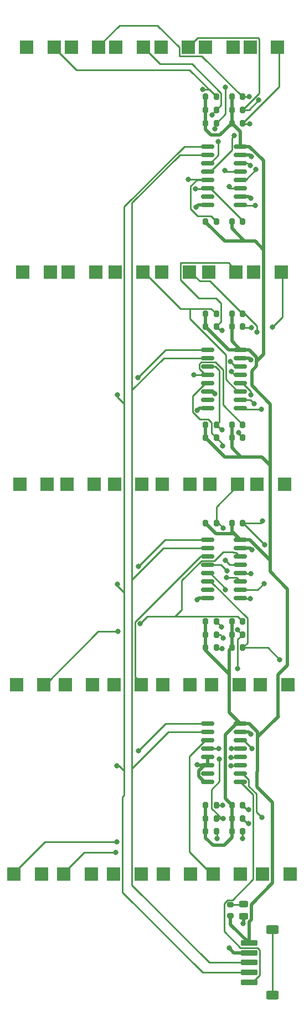
<source format=gbr>
%TF.GenerationSoftware,KiCad,Pcbnew,7.0.2*%
%TF.CreationDate,2025-02-12T15:24:12+00:00*%
%TF.ProjectId,fretboard,66726574-626f-4617-9264-2e6b69636164,rev?*%
%TF.SameCoordinates,Original*%
%TF.FileFunction,Copper,L1,Top*%
%TF.FilePolarity,Positive*%
%FSLAX46Y46*%
G04 Gerber Fmt 4.6, Leading zero omitted, Abs format (unit mm)*
G04 Created by KiCad (PCBNEW 7.0.2) date 2025-02-12 15:24:12*
%MOMM*%
%LPD*%
G01*
G04 APERTURE LIST*
G04 Aperture macros list*
%AMRoundRect*
0 Rectangle with rounded corners*
0 $1 Rounding radius*
0 $2 $3 $4 $5 $6 $7 $8 $9 X,Y pos of 4 corners*
0 Add a 4 corners polygon primitive as box body*
4,1,4,$2,$3,$4,$5,$6,$7,$8,$9,$2,$3,0*
0 Add four circle primitives for the rounded corners*
1,1,$1+$1,$2,$3*
1,1,$1+$1,$4,$5*
1,1,$1+$1,$6,$7*
1,1,$1+$1,$8,$9*
0 Add four rect primitives between the rounded corners*
20,1,$1+$1,$2,$3,$4,$5,0*
20,1,$1+$1,$4,$5,$6,$7,0*
20,1,$1+$1,$6,$7,$8,$9,0*
20,1,$1+$1,$8,$9,$2,$3,0*%
G04 Aperture macros list end*
%TA.AperFunction,ComponentPad*%
%ADD10R,2.100000X2.100000*%
%TD*%
%TA.AperFunction,SMDPad,CuDef*%
%ADD11RoundRect,0.200000X-0.200000X-0.275000X0.200000X-0.275000X0.200000X0.275000X-0.200000X0.275000X0*%
%TD*%
%TA.AperFunction,SMDPad,CuDef*%
%ADD12RoundRect,0.200000X0.275000X-0.200000X0.275000X0.200000X-0.275000X0.200000X-0.275000X-0.200000X0*%
%TD*%
%TA.AperFunction,SMDPad,CuDef*%
%ADD13RoundRect,0.243750X0.456250X-0.243750X0.456250X0.243750X-0.456250X0.243750X-0.456250X-0.243750X0*%
%TD*%
%TA.AperFunction,SMDPad,CuDef*%
%ADD14RoundRect,0.150000X-0.825000X-0.150000X0.825000X-0.150000X0.825000X0.150000X-0.825000X0.150000X0*%
%TD*%
%TA.AperFunction,SMDPad,CuDef*%
%ADD15RoundRect,0.212500X1.087500X-0.212500X1.087500X0.212500X-1.087500X0.212500X-1.087500X-0.212500X0*%
%TD*%
%TA.AperFunction,SMDPad,CuDef*%
%ADD16RoundRect,0.216667X0.733333X-0.433333X0.733333X0.433333X-0.733333X0.433333X-0.733333X-0.433333X0*%
%TD*%
%TA.AperFunction,ViaPad*%
%ADD17C,0.800000*%
%TD*%
%TA.AperFunction,Conductor*%
%ADD18C,0.500000*%
%TD*%
%TA.AperFunction,Conductor*%
%ADD19C,0.250000*%
%TD*%
G04 APERTURE END LIST*
D10*
%TO.P,J10,1,Pin_1*%
%TO.N,Net-(J10-Pin_1)*%
X18550000Y-70700000D03*
%TO.P,J10,2,Pin_2*%
%TO.N,unconnected-(J10-Pin_2-Pad2)*%
X14350000Y-70700000D03*
%TD*%
%TO.P,J19,1,Pin_1*%
%TO.N,Net-(J19-Pin_1)*%
X40250000Y-103100000D03*
%TO.P,J19,2,Pin_2*%
%TO.N,unconnected-(J19-Pin_2-Pad2)*%
X36050000Y-103100000D03*
%TD*%
D11*
%TO.P,R28,1*%
%TO.N,+3.3V*%
X32175000Y-154000000D03*
%TO.P,R28,2*%
%TO.N,Net-(J29-Pin_1)*%
X33825000Y-154000000D03*
%TD*%
D12*
%TO.P,R31,1*%
%TO.N,+3.3V*%
X32000000Y-168825000D03*
%TO.P,R31,2*%
%TO.N,Net-(D1-A)*%
X32000000Y-167175000D03*
%TD*%
D11*
%TO.P,R25,1*%
%TO.N,+3.3V*%
X28175000Y-152000000D03*
%TO.P,R25,2*%
%TO.N,Net-(J26-Pin_1)*%
X29825000Y-152000000D03*
%TD*%
%TO.P,R8,1*%
%TO.N,+3.3V*%
X32175000Y-63000000D03*
%TO.P,R8,2*%
%TO.N,Net-(J9-Pin_1)*%
X33825000Y-63000000D03*
%TD*%
D10*
%TO.P,J2,1,Pin_1*%
%TO.N,Net-(J2-Pin_1)*%
X5000000Y-36400000D03*
%TO.P,J2,2,Pin_2*%
%TO.N,unconnected-(J2-Pin_2-Pad2)*%
X800000Y-36400000D03*
%TD*%
D11*
%TO.P,R13,1*%
%TO.N,+3.3V*%
X28175000Y-94000000D03*
%TO.P,R13,2*%
%TO.N,Net-(J14-Pin_1)*%
X29825000Y-94000000D03*
%TD*%
D10*
%TO.P,J22,1,Pin_1*%
%TO.N,Net-(J22-Pin_1)*%
X18350000Y-133600000D03*
%TO.P,J22,2,Pin_2*%
%TO.N,unconnected-(J22-Pin_2-Pad2)*%
X14150000Y-133600000D03*
%TD*%
%TO.P,J8,1,Pin_1*%
%TO.N,Net-(J8-Pin_1)*%
X4450000Y-70700000D03*
%TO.P,J8,2,Pin_2*%
%TO.N,unconnected-(J8-Pin_2-Pad2)*%
X250000Y-70700000D03*
%TD*%
%TO.P,J15,1,Pin_1*%
%TO.N,Net-(J15-Pin_1)*%
X11150000Y-103100000D03*
%TO.P,J15,2,Pin_2*%
%TO.N,unconnected-(J15-Pin_2-Pad2)*%
X6950000Y-103100000D03*
%TD*%
%TO.P,J20,1,Pin_1*%
%TO.N,Net-(J20-Pin_1)*%
X3450000Y-133600000D03*
%TO.P,J20,2,Pin_2*%
%TO.N,unconnected-(J20-Pin_2-Pad2)*%
X-750000Y-133600000D03*
%TD*%
%TO.P,J31,1,Pin_1*%
%TO.N,Net-(J31-Pin_1)*%
X36900000Y-162500000D03*
%TO.P,J31,2,Pin_2*%
%TO.N,unconnected-(J31-Pin_2-Pad2)*%
X41100000Y-162500000D03*
%TD*%
%TO.P,J25,1,Pin_1*%
%TO.N,Net-(J25-Pin_1)*%
X40750000Y-133600000D03*
%TO.P,J25,2,Pin_2*%
%TO.N,unconnected-(J25-Pin_2-Pad2)*%
X36550000Y-133600000D03*
%TD*%
D13*
%TO.P,D1,1,K*%
%TO.N,GND*%
X34000000Y-168937500D03*
%TO.P,D1,2,A*%
%TO.N,Net-(D1-A)*%
X34000000Y-167062500D03*
%TD*%
D10*
%TO.P,J27,1,Pin_1*%
%TO.N,Net-(J27-Pin_1)*%
X6500000Y-162500000D03*
%TO.P,J27,2,Pin_2*%
%TO.N,unconnected-(J27-Pin_2-Pad2)*%
X10700000Y-162500000D03*
%TD*%
%TO.P,J28,1,Pin_1*%
%TO.N,Net-(J28-Pin_1)*%
X14100000Y-162500000D03*
%TO.P,J28,2,Pin_2*%
%TO.N,unconnected-(J28-Pin_2-Pad2)*%
X18300000Y-162500000D03*
%TD*%
D11*
%TO.P,R2,1*%
%TO.N,+3.3V*%
X32175000Y-44000000D03*
%TO.P,R2,2*%
%TO.N,Net-(J3-Pin_1)*%
X33825000Y-44000000D03*
%TD*%
D10*
%TO.P,J30,1,Pin_1*%
%TO.N,Net-(J30-Pin_1)*%
X29300000Y-162500000D03*
%TO.P,J30,2,Pin_2*%
%TO.N,unconnected-(J30-Pin_2-Pad2)*%
X33500000Y-162500000D03*
%TD*%
%TO.P,J4,1,Pin_1*%
%TO.N,Net-(J4-Pin_1)*%
X18650000Y-36400000D03*
%TO.P,J4,2,Pin_2*%
%TO.N,unconnected-(J4-Pin_2-Pad2)*%
X14450000Y-36400000D03*
%TD*%
D11*
%TO.P,R10,1*%
%TO.N,+3.3V*%
X32175000Y-77100000D03*
%TO.P,R10,2*%
%TO.N,Net-(J11-Pin_1)*%
X33825000Y-77100000D03*
%TD*%
%TO.P,R20,1*%
%TO.N,+3.3V*%
X32175000Y-124000000D03*
%TO.P,R20,2*%
%TO.N,Net-(J21-Pin_1)*%
X33825000Y-124000000D03*
%TD*%
D10*
%TO.P,J26,1,Pin_1*%
%TO.N,Net-(J26-Pin_1)*%
X-1100000Y-162500000D03*
%TO.P,J26,2,Pin_2*%
%TO.N,unconnected-(J26-Pin_2-Pad2)*%
X3100000Y-162500000D03*
%TD*%
D11*
%TO.P,R27,1*%
%TO.N,+3.3V*%
X28175000Y-154000000D03*
%TO.P,R27,2*%
%TO.N,Net-(J28-Pin_1)*%
X29825000Y-154000000D03*
%TD*%
%TO.P,R4,1*%
%TO.N,+3.3V*%
X32175000Y-46000000D03*
%TO.P,R4,2*%
%TO.N,Net-(J5-Pin_1)*%
X33825000Y-46000000D03*
%TD*%
%TO.P,R12,1*%
%TO.N,+3.3V*%
X32175000Y-79000000D03*
%TO.P,R12,2*%
%TO.N,Net-(J13-Pin_1)*%
X33825000Y-79000000D03*
%TD*%
D14*
%TO.P,U2,1,~{PL}*%
%TO.N,165_LOAD*%
X28525000Y-82555000D03*
%TO.P,U2,2,CP*%
%TO.N,165_CLOCK*%
X28525000Y-83825000D03*
%TO.P,U2,3,D4*%
%TO.N,Net-(J14-Pin_1)*%
X28525000Y-85095000D03*
%TO.P,U2,4,D5*%
%TO.N,Net-(J15-Pin_1)*%
X28525000Y-86365000D03*
%TO.P,U2,5,D6*%
%TO.N,Net-(J16-Pin_1)*%
X28525000Y-87635000D03*
%TO.P,U2,6,D7*%
%TO.N,Net-(J17-Pin_1)*%
X28525000Y-88905000D03*
%TO.P,U2,7,~{Q7}*%
%TO.N,unconnected-(U2-~{Q7}-Pad7)*%
X28525000Y-90175000D03*
%TO.P,U2,8,GND*%
%TO.N,GND*%
X28525000Y-91445000D03*
%TO.P,U2,9,Q7*%
%TO.N,/ShiftReg2/DATA_OUT*%
X33475000Y-91445000D03*
%TO.P,U2,10,DS*%
%TO.N,/ShiftReg1/DATA_OUT*%
X33475000Y-90175000D03*
%TO.P,U2,11,D0*%
%TO.N,Net-(J10-Pin_1)*%
X33475000Y-88905000D03*
%TO.P,U2,12,D1*%
%TO.N,Net-(J11-Pin_1)*%
X33475000Y-87635000D03*
%TO.P,U2,13,D2*%
%TO.N,Net-(J12-Pin_1)*%
X33475000Y-86365000D03*
%TO.P,U2,14,D3*%
%TO.N,Net-(J13-Pin_1)*%
X33475000Y-85095000D03*
%TO.P,U2,15,~{CE}*%
%TO.N,GND*%
X33475000Y-83825000D03*
%TO.P,U2,16,VCC*%
%TO.N,+3.3V*%
X33475000Y-82555000D03*
%TD*%
D10*
%TO.P,J24,1,Pin_1*%
%TO.N,Net-(J24-Pin_1)*%
X33300000Y-133600000D03*
%TO.P,J24,2,Pin_2*%
%TO.N,unconnected-(J24-Pin_2-Pad2)*%
X29100000Y-133600000D03*
%TD*%
%TO.P,J6,1,Pin_1*%
%TO.N,Net-(J6-Pin_1)*%
X32350000Y-36400000D03*
%TO.P,J6,2,Pin_2*%
%TO.N,unconnected-(J6-Pin_2-Pad2)*%
X28150000Y-36400000D03*
%TD*%
%TO.P,J7,1,Pin_1*%
%TO.N,Net-(J7-Pin_1)*%
X39200000Y-36400000D03*
%TO.P,J7,2,Pin_2*%
%TO.N,unconnected-(J7-Pin_2-Pad2)*%
X35000000Y-36400000D03*
%TD*%
%TO.P,J23,1,Pin_1*%
%TO.N,Net-(J23-Pin_1)*%
X25800000Y-133600000D03*
%TO.P,J23,2,Pin_2*%
%TO.N,unconnected-(J23-Pin_2-Pad2)*%
X21600000Y-133600000D03*
%TD*%
D11*
%TO.P,R17,1*%
%TO.N,+3.3V*%
X28175000Y-109000000D03*
%TO.P,R17,2*%
%TO.N,Net-(J18-Pin_1)*%
X29825000Y-109000000D03*
%TD*%
%TO.P,R3,1*%
%TO.N,+3.3V*%
X28175000Y-46000000D03*
%TO.P,R3,2*%
%TO.N,Net-(J4-Pin_1)*%
X29825000Y-46000000D03*
%TD*%
D10*
%TO.P,J5,1,Pin_1*%
%TO.N,Net-(J5-Pin_1)*%
X25550000Y-36400000D03*
%TO.P,J5,2,Pin_2*%
%TO.N,unconnected-(J5-Pin_2-Pad2)*%
X21350000Y-36400000D03*
%TD*%
%TO.P,J21,1,Pin_1*%
%TO.N,Net-(J21-Pin_1)*%
X10900000Y-133600000D03*
%TO.P,J21,2,Pin_2*%
%TO.N,unconnected-(J21-Pin_2-Pad2)*%
X6700000Y-133600000D03*
%TD*%
D14*
%TO.P,U1,1,~{PL}*%
%TO.N,165_LOAD*%
X28525000Y-51555000D03*
%TO.P,U1,2,CP*%
%TO.N,165_CLOCK*%
X28525000Y-52825000D03*
%TO.P,U1,3,D4*%
%TO.N,Net-(J6-Pin_1)*%
X28525000Y-54095000D03*
%TO.P,U1,4,D5*%
%TO.N,Net-(J7-Pin_1)*%
X28525000Y-55365000D03*
%TO.P,U1,5,D6*%
%TO.N,Net-(J8-Pin_1)*%
X28525000Y-56635000D03*
%TO.P,U1,6,D7*%
%TO.N,Net-(J9-Pin_1)*%
X28525000Y-57905000D03*
%TO.P,U1,7,~{Q7}*%
%TO.N,unconnected-(U1-~{Q7}-Pad7)*%
X28525000Y-59175000D03*
%TO.P,U1,8,GND*%
%TO.N,GND*%
X28525000Y-60445000D03*
%TO.P,U1,9,Q7*%
%TO.N,/ShiftReg1/DATA_OUT*%
X33475000Y-60445000D03*
%TO.P,U1,10,DS*%
%TO.N,GND*%
X33475000Y-59175000D03*
%TO.P,U1,11,D0*%
%TO.N,Net-(J2-Pin_1)*%
X33475000Y-57905000D03*
%TO.P,U1,12,D1*%
%TO.N,Net-(J3-Pin_1)*%
X33475000Y-56635000D03*
%TO.P,U1,13,D2*%
%TO.N,Net-(J4-Pin_1)*%
X33475000Y-55365000D03*
%TO.P,U1,14,D3*%
%TO.N,Net-(J5-Pin_1)*%
X33475000Y-54095000D03*
%TO.P,U1,15,~{CE}*%
%TO.N,GND*%
X33475000Y-52825000D03*
%TO.P,U1,16,VCC*%
%TO.N,+3.3V*%
X33475000Y-51555000D03*
%TD*%
D11*
%TO.P,R29,1*%
%TO.N,+3.3V*%
X28175000Y-156000000D03*
%TO.P,R29,2*%
%TO.N,Net-(J30-Pin_1)*%
X29825000Y-156000000D03*
%TD*%
%TO.P,R21,1*%
%TO.N,+3.3V*%
X28175000Y-126000000D03*
%TO.P,R21,2*%
%TO.N,Net-(J22-Pin_1)*%
X29825000Y-126000000D03*
%TD*%
D10*
%TO.P,J18,1,Pin_1*%
%TO.N,Net-(J18-Pin_1)*%
X33050000Y-103100000D03*
%TO.P,J18,2,Pin_2*%
%TO.N,unconnected-(J18-Pin_2-Pad2)*%
X28850000Y-103100000D03*
%TD*%
D11*
%TO.P,R9,1*%
%TO.N,+3.3V*%
X28175000Y-77100000D03*
%TO.P,R9,2*%
%TO.N,Net-(J10-Pin_1)*%
X29825000Y-77100000D03*
%TD*%
%TO.P,R26,1*%
%TO.N,+3.3V*%
X32175000Y-152000000D03*
%TO.P,R26,2*%
%TO.N,Net-(J27-Pin_1)*%
X33825000Y-152000000D03*
%TD*%
%TO.P,R11,1*%
%TO.N,+3.3V*%
X28175000Y-79000000D03*
%TO.P,R11,2*%
%TO.N,Net-(J12-Pin_1)*%
X29825000Y-79000000D03*
%TD*%
%TO.P,R16,1*%
%TO.N,+3.3V*%
X32175000Y-96000000D03*
%TO.P,R16,2*%
%TO.N,Net-(J17-Pin_1)*%
X33825000Y-96000000D03*
%TD*%
%TO.P,R1,1*%
%TO.N,+3.3V*%
X28175000Y-44000000D03*
%TO.P,R1,2*%
%TO.N,Net-(J2-Pin_1)*%
X29825000Y-44000000D03*
%TD*%
%TO.P,R18,1*%
%TO.N,+3.3V*%
X32175000Y-109000000D03*
%TO.P,R18,2*%
%TO.N,Net-(J19-Pin_1)*%
X33825000Y-109000000D03*
%TD*%
D10*
%TO.P,J12,1,Pin_1*%
%TO.N,Net-(J12-Pin_1)*%
X32850000Y-70700000D03*
%TO.P,J12,2,Pin_2*%
%TO.N,unconnected-(J12-Pin_2-Pad2)*%
X28650000Y-70700000D03*
%TD*%
D11*
%TO.P,R7,1*%
%TO.N,+3.3V*%
X28175000Y-63000000D03*
%TO.P,R7,2*%
%TO.N,Net-(J8-Pin_1)*%
X29825000Y-63000000D03*
%TD*%
%TO.P,R23,1*%
%TO.N,+3.3V*%
X28175000Y-128000000D03*
%TO.P,R23,2*%
%TO.N,Net-(J24-Pin_1)*%
X29825000Y-128000000D03*
%TD*%
%TO.P,R15,1*%
%TO.N,+3.3V*%
X28175000Y-96000000D03*
%TO.P,R15,2*%
%TO.N,Net-(J16-Pin_1)*%
X29825000Y-96000000D03*
%TD*%
%TO.P,R24,1*%
%TO.N,+3.3V*%
X32175000Y-128000000D03*
%TO.P,R24,2*%
%TO.N,Net-(J25-Pin_1)*%
X33825000Y-128000000D03*
%TD*%
D10*
%TO.P,J11,1,Pin_1*%
%TO.N,Net-(J11-Pin_1)*%
X25700000Y-70700000D03*
%TO.P,J11,2,Pin_2*%
%TO.N,unconnected-(J11-Pin_2-Pad2)*%
X21500000Y-70700000D03*
%TD*%
D11*
%TO.P,R5,1*%
%TO.N,+3.3V*%
X28175000Y-48000000D03*
%TO.P,R5,2*%
%TO.N,Net-(J6-Pin_1)*%
X29825000Y-48000000D03*
%TD*%
%TO.P,R30,1*%
%TO.N,+3.3V*%
X32175000Y-156000000D03*
%TO.P,R30,2*%
%TO.N,Net-(J31-Pin_1)*%
X33825000Y-156000000D03*
%TD*%
D14*
%TO.P,U3,1,~{PL}*%
%TO.N,165_LOAD*%
X28525000Y-111555000D03*
%TO.P,U3,2,CP*%
%TO.N,165_CLOCK*%
X28525000Y-112825000D03*
%TO.P,U3,3,D4*%
%TO.N,Net-(J22-Pin_1)*%
X28525000Y-114095000D03*
%TO.P,U3,4,D5*%
%TO.N,Net-(J23-Pin_1)*%
X28525000Y-115365000D03*
%TO.P,U3,5,D6*%
%TO.N,Net-(J24-Pin_1)*%
X28525000Y-116635000D03*
%TO.P,U3,6,D7*%
%TO.N,Net-(J25-Pin_1)*%
X28525000Y-117905000D03*
%TO.P,U3,7,~{Q7}*%
%TO.N,unconnected-(U3-~{Q7}-Pad7)*%
X28525000Y-119175000D03*
%TO.P,U3,8,GND*%
%TO.N,GND*%
X28525000Y-120445000D03*
%TO.P,U3,9,Q7*%
%TO.N,/ShiftReg3/DATA_OUT*%
X33475000Y-120445000D03*
%TO.P,U3,10,DS*%
%TO.N,/ShiftReg2/DATA_OUT*%
X33475000Y-119175000D03*
%TO.P,U3,11,D0*%
%TO.N,Net-(J18-Pin_1)*%
X33475000Y-117905000D03*
%TO.P,U3,12,D1*%
%TO.N,Net-(J19-Pin_1)*%
X33475000Y-116635000D03*
%TO.P,U3,13,D2*%
%TO.N,Net-(J20-Pin_1)*%
X33475000Y-115365000D03*
%TO.P,U3,14,D3*%
%TO.N,Net-(J21-Pin_1)*%
X33475000Y-114095000D03*
%TO.P,U3,15,~{CE}*%
%TO.N,GND*%
X33475000Y-112825000D03*
%TO.P,U3,16,VCC*%
%TO.N,+3.3V*%
X33475000Y-111555000D03*
%TD*%
D10*
%TO.P,J3,1,Pin_1*%
%TO.N,Net-(J3-Pin_1)*%
X11850000Y-36400000D03*
%TO.P,J3,2,Pin_2*%
%TO.N,unconnected-(J3-Pin_2-Pad2)*%
X7650000Y-36400000D03*
%TD*%
%TO.P,J16,1,Pin_1*%
%TO.N,Net-(J16-Pin_1)*%
X18450000Y-103100000D03*
%TO.P,J16,2,Pin_2*%
%TO.N,unconnected-(J16-Pin_2-Pad2)*%
X14250000Y-103100000D03*
%TD*%
D11*
%TO.P,R22,1*%
%TO.N,+3.3V*%
X32175000Y-126000000D03*
%TO.P,R22,2*%
%TO.N,Net-(J23-Pin_1)*%
X33825000Y-126000000D03*
%TD*%
D10*
%TO.P,J9,1,Pin_1*%
%TO.N,Net-(J9-Pin_1)*%
X11350000Y-70700000D03*
%TO.P,J9,2,Pin_2*%
%TO.N,unconnected-(J9-Pin_2-Pad2)*%
X7150000Y-70700000D03*
%TD*%
%TO.P,J17,1,Pin_1*%
%TO.N,Net-(J17-Pin_1)*%
X25750000Y-103100000D03*
%TO.P,J17,2,Pin_2*%
%TO.N,unconnected-(J17-Pin_2-Pad2)*%
X21550000Y-103100000D03*
%TD*%
%TO.P,J14,1,Pin_1*%
%TO.N,Net-(J14-Pin_1)*%
X3950000Y-103100000D03*
%TO.P,J14,2,Pin_2*%
%TO.N,unconnected-(J14-Pin_2-Pad2)*%
X-250000Y-103100000D03*
%TD*%
D11*
%TO.P,R14,1*%
%TO.N,+3.3V*%
X32175000Y-94000000D03*
%TO.P,R14,2*%
%TO.N,Net-(J15-Pin_1)*%
X33825000Y-94000000D03*
%TD*%
%TO.P,R19,1*%
%TO.N,+3.3V*%
X28175000Y-124000000D03*
%TO.P,R19,2*%
%TO.N,Net-(J20-Pin_1)*%
X29825000Y-124000000D03*
%TD*%
D15*
%TO.P,J1,1,Pin_1*%
%TO.N,+3.3V*%
X34800000Y-173000000D03*
%TO.P,J1,2,Pin_2*%
%TO.N,GND*%
X34800000Y-174500000D03*
%TO.P,J1,3,Pin_3*%
%TO.N,165_CLOCK*%
X34800000Y-176000000D03*
%TO.P,J1,4,Pin_4*%
%TO.N,165_LOAD*%
X34800000Y-177500000D03*
%TO.P,J1,5,Pin_5*%
%TO.N,/ShiftReg4/DATA_OUT*%
X34800000Y-179000000D03*
D16*
%TO.P,J1,6,Pin_6*%
%TO.N,unconnected-(J1-Pin_6-Pad6)*%
X38400000Y-181000000D03*
X38400000Y-171000000D03*
%TD*%
D10*
%TO.P,J13,1,Pin_1*%
%TO.N,Net-(J13-Pin_1)*%
X39750000Y-70700000D03*
%TO.P,J13,2,Pin_2*%
%TO.N,unconnected-(J13-Pin_2-Pad2)*%
X35550000Y-70700000D03*
%TD*%
%TO.P,J29,1,Pin_1*%
%TO.N,Net-(J29-Pin_1)*%
X21700000Y-162500000D03*
%TO.P,J29,2,Pin_2*%
%TO.N,unconnected-(J29-Pin_2-Pad2)*%
X25900000Y-162500000D03*
%TD*%
D11*
%TO.P,R6,1*%
%TO.N,+3.3V*%
X32175000Y-48000000D03*
%TO.P,R6,2*%
%TO.N,Net-(J7-Pin_1)*%
X33825000Y-48000000D03*
%TD*%
D14*
%TO.P,U4,1,~{PL}*%
%TO.N,165_LOAD*%
X28525000Y-139555000D03*
%TO.P,U4,2,CP*%
%TO.N,165_CLOCK*%
X28525000Y-140825000D03*
%TO.P,U4,3,D4*%
%TO.N,Net-(J30-Pin_1)*%
X28525000Y-142095000D03*
%TO.P,U4,4,D5*%
%TO.N,Net-(J31-Pin_1)*%
X28525000Y-143365000D03*
%TO.P,U4,5,D6*%
%TO.N,GND*%
X28525000Y-144635000D03*
%TO.P,U4,6,D7*%
X28525000Y-145905000D03*
%TO.P,U4,7,~{Q7}*%
%TO.N,unconnected-(U4-~{Q7}-Pad7)*%
X28525000Y-147175000D03*
%TO.P,U4,8,GND*%
%TO.N,GND*%
X28525000Y-148445000D03*
%TO.P,U4,9,Q7*%
%TO.N,/ShiftReg4/DATA_OUT*%
X33475000Y-148445000D03*
%TO.P,U4,10,DS*%
%TO.N,/ShiftReg3/DATA_OUT*%
X33475000Y-147175000D03*
%TO.P,U4,11,D0*%
%TO.N,Net-(J26-Pin_1)*%
X33475000Y-145905000D03*
%TO.P,U4,12,D1*%
%TO.N,Net-(J27-Pin_1)*%
X33475000Y-144635000D03*
%TO.P,U4,13,D2*%
%TO.N,Net-(J28-Pin_1)*%
X33475000Y-143365000D03*
%TO.P,U4,14,D3*%
%TO.N,Net-(J29-Pin_1)*%
X33475000Y-142095000D03*
%TO.P,U4,15,~{CE}*%
%TO.N,GND*%
X33475000Y-140825000D03*
%TO.P,U4,16,VCC*%
%TO.N,+3.3V*%
X33475000Y-139555000D03*
%TD*%
D17*
%TO.N,GND*%
X35100000Y-59500000D03*
X26900000Y-145800000D03*
X35300000Y-113100000D03*
X26900000Y-91800000D03*
X26700000Y-60800000D03*
X26900000Y-120700000D03*
X35200000Y-53100000D03*
X35100000Y-84100000D03*
X31800000Y-173800000D03*
X33950500Y-170006456D03*
X35100000Y-141200000D03*
%TO.N,165_LOAD*%
X14700000Y-118300000D03*
X17800000Y-86800000D03*
X17900000Y-115600000D03*
X14600000Y-146000000D03*
X14700000Y-89400000D03*
X17900000Y-143700000D03*
%TO.N,Net-(J2-Pin_1)*%
X27700000Y-42900000D03*
X31800000Y-57700000D03*
%TO.N,Net-(J4-Pin_1)*%
X31075500Y-55200000D03*
X29200000Y-46800000D03*
%TO.N,Net-(J6-Pin_1)*%
X31200000Y-42500000D03*
X30100000Y-50800000D03*
X29600000Y-48900000D03*
%TO.N,Net-(J8-Pin_1)*%
X25500000Y-56600000D03*
%TO.N,Net-(J12-Pin_1)*%
X30700000Y-79600000D03*
X32100000Y-85900000D03*
%TO.N,Net-(J14-Pin_1)*%
X30700000Y-94800000D03*
%TO.N,Net-(J16-Pin_1)*%
X30800000Y-97200000D03*
%TO.N,Net-(J18-Pin_1)*%
X30900000Y-109750500D03*
X31400000Y-117300000D03*
%TO.N,Net-(J20-Pin_1)*%
X30600000Y-124800000D03*
X31200000Y-114700000D03*
X14800000Y-125500000D03*
%TO.N,Net-(J22-Pin_1)*%
X30900000Y-126500000D03*
%TO.N,Net-(J24-Pin_1)*%
X30700000Y-128100000D03*
X31233530Y-119166470D03*
%TO.N,Net-(J28-Pin_1)*%
X30900000Y-154075500D03*
X32100000Y-143400000D03*
X30300000Y-145000000D03*
%TO.N,Net-(J30-Pin_1)*%
X29900000Y-157100000D03*
%TO.N,Net-(J3-Pin_1)*%
X35900000Y-55100000D03*
X34800201Y-44000201D03*
%TO.N,Net-(J5-Pin_1)*%
X36312299Y-44487701D03*
X35000000Y-54500000D03*
%TO.N,Net-(J7-Pin_1)*%
X32524500Y-49900000D03*
X34900000Y-48100000D03*
%TO.N,Net-(J9-Pin_1)*%
X26600000Y-58000000D03*
%TO.N,Net-(J11-Pin_1)*%
X36000000Y-79900000D03*
X35128906Y-89467035D03*
%TO.N,Net-(J13-Pin_1)*%
X35200000Y-79200000D03*
X38400000Y-79100000D03*
X32000000Y-84400000D03*
%TO.N,Net-(J15-Pin_1)*%
X26400000Y-86400000D03*
%TO.N,Net-(J17-Pin_1)*%
X29575500Y-89310227D03*
X33200000Y-95200000D03*
%TO.N,Net-(J19-Pin_1)*%
X35100000Y-116700000D03*
X36900000Y-108700000D03*
X37200000Y-112300000D03*
%TO.N,Net-(J21-Pin_1)*%
X18200000Y-124300000D03*
%TO.N,Net-(J26-Pin_1)*%
X14600000Y-157600000D03*
X32049500Y-146000000D03*
X30800000Y-151975500D03*
%TO.N,Net-(J23-Pin_1)*%
X33100000Y-131200000D03*
X31437701Y-116237701D03*
X33036128Y-125275433D03*
%TO.N,Net-(J25-Pin_1)*%
X39500000Y-129800000D03*
%TO.N,/ShiftReg1/DATA_OUT*%
X35600000Y-90800000D03*
X35800000Y-60600000D03*
%TO.N,/ShiftReg2/DATA_OUT*%
X37100000Y-118200000D03*
X36700000Y-91600000D03*
%TO.N,/ShiftReg3/DATA_OUT*%
X36750000Y-153900000D03*
X35000000Y-120500000D03*
%TO.N,Net-(J27-Pin_1)*%
X34740500Y-152700000D03*
X14400000Y-159200000D03*
X32049500Y-144700000D03*
%TO.N,Net-(J29-Pin_1)*%
X34740500Y-154800000D03*
X35300500Y-143400000D03*
%TO.N,Net-(J31-Pin_1)*%
X33800000Y-157100000D03*
X30200000Y-143400000D03*
%TD*%
D18*
%TO.N,+3.3V*%
X31000000Y-158100000D02*
X32175000Y-156925000D01*
X28175000Y-152000000D02*
X28175000Y-156000000D01*
X33475000Y-139555000D02*
X31800000Y-137880000D01*
X35250000Y-88039087D02*
X35250000Y-85760913D01*
X31100000Y-66000000D02*
X34100000Y-66000000D01*
X39250000Y-138400000D02*
X39250000Y-132150000D01*
X31800000Y-137880000D02*
X31800000Y-132000000D01*
X28175000Y-94000000D02*
X28175000Y-96000000D01*
X28175000Y-156975000D02*
X29300000Y-158100000D01*
X34100000Y-66000000D02*
X35750000Y-66000000D01*
X40700000Y-119050000D02*
X38050000Y-116400000D01*
X32175000Y-64075000D02*
X34100000Y-66000000D01*
X36150000Y-140847918D02*
X34857082Y-139555000D01*
X35950000Y-83650000D02*
X34855000Y-82555000D01*
X32000000Y-170200000D02*
X34800000Y-173000000D01*
X31200000Y-151025000D02*
X31200000Y-141276472D01*
X33475000Y-49300000D02*
X32175000Y-48000000D01*
X32175000Y-63000000D02*
X32175000Y-64075000D01*
X28175000Y-77100000D02*
X28175000Y-79000000D01*
X31075000Y-98900000D02*
X33600000Y-98900000D01*
X34857082Y-51555000D02*
X33475000Y-51555000D01*
X31800000Y-128375000D02*
X32175000Y-128000000D01*
X32175000Y-156925000D02*
X32175000Y-156000000D01*
X29000000Y-49800000D02*
X30375000Y-49800000D01*
X37050000Y-67300000D02*
X37050000Y-53747918D01*
X36750000Y-98900000D02*
X38050000Y-100200000D01*
X28175000Y-63000000D02*
X28175000Y-63075000D01*
X38400000Y-151589087D02*
X36050000Y-149239087D01*
X34800000Y-169818611D02*
X35150000Y-169468611D01*
X35950000Y-84400000D02*
X35950000Y-83650000D01*
X32175000Y-48000000D02*
X32175000Y-44000000D01*
X35150000Y-167150000D02*
X38400000Y-163900000D01*
X38050000Y-116400000D02*
X38050000Y-114647918D01*
X28175000Y-79000000D02*
X31730000Y-82555000D01*
X35250000Y-85760913D02*
X35950000Y-85060913D01*
X34800000Y-173000000D02*
X34800000Y-169818611D01*
X28175000Y-128000000D02*
X28175000Y-124000000D01*
X32000000Y-168825000D02*
X32000000Y-170200000D01*
X36150000Y-141600000D02*
X39300000Y-138450000D01*
X35950000Y-85060913D02*
X35950000Y-84400000D01*
X32175000Y-94000000D02*
X32175000Y-96000000D01*
X39300000Y-138450000D02*
X39250000Y-138400000D01*
X32175000Y-152000000D02*
X31200000Y-151025000D01*
X36050000Y-149239087D02*
X36050000Y-146960913D01*
X38400000Y-163900000D02*
X38400000Y-151589087D01*
X32175000Y-79000000D02*
X32175000Y-81255000D01*
X28175000Y-63075000D02*
X31100000Y-66000000D01*
X28175000Y-109000000D02*
X29775000Y-110600000D01*
X35750000Y-66000000D02*
X37050000Y-67300000D01*
X29775000Y-110600000D02*
X32520000Y-110600000D01*
X28175000Y-128000000D02*
X28175000Y-128375000D01*
X32175000Y-96000000D02*
X32175000Y-97475000D01*
X32175000Y-128000000D02*
X32175000Y-124000000D01*
X28175000Y-48000000D02*
X28175000Y-44000000D01*
X33060000Y-111140000D02*
X33475000Y-111555000D01*
X32175000Y-97475000D02*
X33600000Y-98900000D01*
X32175000Y-110255000D02*
X33060000Y-111140000D01*
X29300000Y-158100000D02*
X31000000Y-158100000D01*
X36150000Y-141600000D02*
X36150000Y-140847918D01*
X28175000Y-48975000D02*
X29000000Y-49800000D01*
X39250000Y-132150000D02*
X40700000Y-130700000D01*
X33600000Y-98900000D02*
X36750000Y-98900000D01*
X31800000Y-132000000D02*
X31800000Y-128375000D01*
X31200000Y-141276472D02*
X32921472Y-139555000D01*
X34957082Y-111555000D02*
X33475000Y-111555000D01*
X36150000Y-146860913D02*
X36150000Y-141600000D01*
X34857082Y-139555000D02*
X33475000Y-139555000D01*
X28175000Y-48000000D02*
X28175000Y-48975000D01*
X32175000Y-77100000D02*
X32175000Y-79000000D01*
X32175000Y-152000000D02*
X32175000Y-156000000D01*
X31730000Y-82555000D02*
X33475000Y-82555000D01*
X35950000Y-84400000D02*
X37050000Y-83300000D01*
X34855000Y-82555000D02*
X33475000Y-82555000D01*
X37050000Y-83300000D02*
X37050000Y-67300000D01*
X30375000Y-49800000D02*
X32175000Y-48000000D01*
X36050000Y-146960913D02*
X36150000Y-146860913D01*
X28175000Y-156000000D02*
X28175000Y-156975000D01*
X28175000Y-96000000D02*
X31075000Y-98900000D01*
X37050000Y-53747918D02*
X34857082Y-51555000D01*
X38050000Y-114647918D02*
X34957082Y-111555000D01*
X38050000Y-90839087D02*
X35250000Y-88039087D01*
X33475000Y-51555000D02*
X33475000Y-49300000D01*
X38050000Y-116400000D02*
X38050000Y-100200000D01*
X38050000Y-100200000D02*
X38050000Y-90839087D01*
X32175000Y-81255000D02*
X33475000Y-82555000D01*
X32175000Y-109000000D02*
X32175000Y-110255000D01*
X32520000Y-110600000D02*
X33060000Y-111140000D01*
X40700000Y-130700000D02*
X40700000Y-119050000D01*
X35150000Y-169468611D02*
X35150000Y-167150000D01*
X28175000Y-128375000D02*
X31800000Y-132000000D01*
X32921472Y-139555000D02*
X33475000Y-139555000D01*
%TO.N,GND*%
X28525000Y-60445000D02*
X27055000Y-60445000D01*
X33475000Y-140825000D02*
X34725000Y-140825000D01*
X33475000Y-52825000D02*
X34925000Y-52825000D01*
X33475000Y-59175000D02*
X34775000Y-59175000D01*
X33475000Y-83825000D02*
X34825000Y-83825000D01*
X28525000Y-145905000D02*
X27971472Y-145905000D01*
X34825000Y-83825000D02*
X35100000Y-84100000D01*
X34925000Y-52825000D02*
X35200000Y-53100000D01*
X32500000Y-174500000D02*
X31800000Y-173800000D01*
X27255000Y-91445000D02*
X26900000Y-91800000D01*
X27971472Y-148445000D02*
X28525000Y-148445000D01*
X27055000Y-60445000D02*
X26700000Y-60800000D01*
X28525000Y-144635000D02*
X28525000Y-145905000D01*
X33475000Y-112825000D02*
X35025000Y-112825000D01*
X27155000Y-120445000D02*
X26900000Y-120700000D01*
X27100000Y-146776472D02*
X27100000Y-147573528D01*
X27555000Y-91445000D02*
X27255000Y-91445000D01*
X34000000Y-168937500D02*
X34000000Y-169956956D01*
X34775000Y-59175000D02*
X35100000Y-59500000D01*
X34800000Y-174500000D02*
X32500000Y-174500000D01*
X28525000Y-145905000D02*
X27005000Y-145905000D01*
X34725000Y-140825000D02*
X35100000Y-141200000D01*
X27005000Y-145905000D02*
X26900000Y-145800000D01*
X34000000Y-169956956D02*
X33950500Y-170006456D01*
X28525000Y-120445000D02*
X27155000Y-120445000D01*
X27100000Y-147573528D02*
X27971472Y-148445000D01*
X27971472Y-145905000D02*
X27100000Y-146776472D01*
X28525000Y-91445000D02*
X27555000Y-91445000D01*
X35025000Y-112825000D02*
X35300000Y-113100000D01*
D19*
%TO.N,165_CLOCK*%
X16925000Y-88700000D02*
X16925000Y-60175000D01*
X24275000Y-52825000D02*
X28525000Y-52825000D01*
X21700000Y-112825000D02*
X16925000Y-117600000D01*
X28525000Y-83825000D02*
X21800000Y-83825000D01*
X28740000Y-176000000D02*
X16925000Y-164185000D01*
X34800000Y-176000000D02*
X28740000Y-176000000D01*
X22500000Y-140825000D02*
X28525000Y-140825000D01*
X16925000Y-146400000D02*
X22500000Y-140825000D01*
X28525000Y-112825000D02*
X21700000Y-112825000D01*
X16925000Y-164185000D02*
X16925000Y-146400000D01*
X16925000Y-146400000D02*
X16925000Y-117600000D01*
X21800000Y-83825000D02*
X16925000Y-88700000D01*
X16925000Y-60175000D02*
X24275000Y-52825000D01*
X16925000Y-117600000D02*
X16925000Y-88700000D01*
%TO.N,165_LOAD*%
X14700000Y-118300000D02*
X14700000Y-118575000D01*
X15725000Y-119600000D02*
X15725000Y-90800000D01*
X21945000Y-111555000D02*
X17900000Y-115600000D01*
X28525000Y-139555000D02*
X22045000Y-139555000D01*
X15475000Y-150775000D02*
X15725000Y-150525000D01*
X14600000Y-146000000D02*
X14925000Y-146000000D01*
X14925000Y-146000000D02*
X15725000Y-146800000D01*
X14700000Y-89775000D02*
X15725000Y-90800000D01*
X28525000Y-111555000D02*
X21945000Y-111555000D01*
X14700000Y-118575000D02*
X15725000Y-119600000D01*
X22045000Y-139555000D02*
X17900000Y-143700000D01*
X15725000Y-90800000D02*
X15725000Y-60738604D01*
X28525000Y-82555000D02*
X22045000Y-82555000D01*
X27700000Y-177500000D02*
X15475000Y-165275000D01*
X34800000Y-177500000D02*
X27700000Y-177500000D01*
X15725000Y-146800000D02*
X15725000Y-119600000D01*
X24908604Y-51555000D02*
X28525000Y-51555000D01*
X22045000Y-82555000D02*
X17800000Y-86800000D01*
X14700000Y-89400000D02*
X14700000Y-89775000D01*
X15725000Y-60738604D02*
X24908604Y-51555000D01*
X15475000Y-165275000D02*
X15475000Y-150775000D01*
X15725000Y-150525000D02*
X15725000Y-146800000D01*
%TO.N,Net-(J2-Pin_1)*%
X27700000Y-42900000D02*
X28725000Y-42900000D01*
X25725000Y-39900000D02*
X8400000Y-39900000D01*
X28725000Y-42900000D02*
X29825000Y-44000000D01*
X29825000Y-44000000D02*
X25725000Y-39900000D01*
X5200000Y-36700000D02*
X5200000Y-36400000D01*
X32005000Y-57905000D02*
X31800000Y-57700000D01*
X33475000Y-57905000D02*
X32005000Y-57905000D01*
X8400000Y-39900000D02*
X5200000Y-36700000D01*
%TO.N,Net-(J10-Pin_1)*%
X31275000Y-87081751D02*
X33098249Y-88905000D01*
X33098249Y-88905000D02*
X33475000Y-88905000D01*
X31275000Y-83317462D02*
X31275000Y-87081751D01*
X25800000Y-76300000D02*
X25800000Y-77842462D01*
X24350000Y-76300000D02*
X18750000Y-70700000D01*
X25800000Y-76300000D02*
X24350000Y-76300000D01*
X29825000Y-77100000D02*
X29025000Y-76300000D01*
X25800000Y-77842462D02*
X31275000Y-83317462D01*
X29025000Y-76300000D02*
X25800000Y-76300000D01*
%TO.N,Net-(J4-Pin_1)*%
X21200000Y-39000000D02*
X18850000Y-36650000D01*
X26100000Y-39000000D02*
X21200000Y-39000000D01*
X29200000Y-46625000D02*
X29825000Y-46000000D01*
X30550000Y-45275000D02*
X30550000Y-43450000D01*
X18850000Y-36650000D02*
X18850000Y-36400000D01*
X31240500Y-55365000D02*
X31075500Y-55200000D01*
X30550000Y-43450000D02*
X26100000Y-39000000D01*
X29200000Y-46800000D02*
X29200000Y-46625000D01*
X33475000Y-55365000D02*
X31240500Y-55365000D01*
X29825000Y-46000000D02*
X30550000Y-45275000D01*
%TO.N,Net-(J6-Pin_1)*%
X31200000Y-46625000D02*
X31200000Y-42500000D01*
X28901751Y-54095000D02*
X30100000Y-52896751D01*
X29600000Y-48225000D02*
X29825000Y-48000000D01*
X30100000Y-52896751D02*
X30100000Y-50800000D01*
X29825000Y-48000000D02*
X31200000Y-46625000D01*
X28525000Y-54095000D02*
X28901751Y-54095000D01*
X29600000Y-48900000D02*
X29600000Y-48225000D01*
%TO.N,Net-(J8-Pin_1)*%
X25875000Y-61075000D02*
X25875000Y-57625000D01*
X25500000Y-56600000D02*
X28490000Y-56600000D01*
X26865000Y-56635000D02*
X28525000Y-56635000D01*
X27000000Y-62200000D02*
X25875000Y-61075000D01*
X28490000Y-56600000D02*
X28525000Y-56635000D01*
X29825000Y-63000000D02*
X29025000Y-62200000D01*
X25875000Y-57625000D02*
X26865000Y-56635000D01*
X29025000Y-62200000D02*
X27000000Y-62200000D01*
%TO.N,Net-(J12-Pin_1)*%
X29800000Y-74700000D02*
X30550000Y-75450000D01*
X27100000Y-74700000D02*
X29800000Y-74700000D01*
X30425000Y-79600000D02*
X29825000Y-79000000D01*
X30550000Y-78275000D02*
X29825000Y-79000000D01*
X30550000Y-75450000D02*
X30550000Y-78275000D01*
X30700000Y-79600000D02*
X30425000Y-79600000D01*
X31675000Y-69325000D02*
X24325000Y-69325000D01*
X32565000Y-86365000D02*
X32100000Y-85900000D01*
X24325000Y-69325000D02*
X24325000Y-71925000D01*
X24325000Y-71925000D02*
X27100000Y-74700000D01*
X33475000Y-86365000D02*
X32565000Y-86365000D01*
X33050000Y-70700000D02*
X31675000Y-69325000D01*
%TO.N,Net-(J14-Pin_1)*%
X30300000Y-85700000D02*
X30300000Y-93525000D01*
X30700000Y-94800000D02*
X30625000Y-94800000D01*
X30300000Y-93525000D02*
X29825000Y-94000000D01*
X29695000Y-85095000D02*
X30300000Y-85700000D01*
X28525000Y-85095000D02*
X29695000Y-85095000D01*
X30625000Y-94800000D02*
X29825000Y-94000000D01*
%TO.N,Net-(J16-Pin_1)*%
X26175000Y-89608249D02*
X26175000Y-92100305D01*
X28148249Y-87635000D02*
X26175000Y-89608249D01*
X30800000Y-96975000D02*
X29825000Y-96000000D01*
X29100000Y-95275000D02*
X29825000Y-96000000D01*
X28600000Y-93200000D02*
X29100000Y-93700000D01*
X30800000Y-97200000D02*
X30800000Y-96975000D01*
X27274695Y-93200000D02*
X28600000Y-93200000D01*
X29100000Y-93700000D02*
X29100000Y-95275000D01*
X26175000Y-92100305D02*
X27274695Y-93200000D01*
X28525000Y-87635000D02*
X28148249Y-87635000D01*
%TO.N,Net-(J18-Pin_1)*%
X29825000Y-109000000D02*
X30149500Y-109000000D01*
X30149500Y-109000000D02*
X30900000Y-109750500D01*
X32870000Y-117300000D02*
X33475000Y-117905000D01*
X33250000Y-103100000D02*
X29825000Y-106525000D01*
X31400000Y-117300000D02*
X32870000Y-117300000D01*
X29825000Y-106525000D02*
X29825000Y-109000000D01*
%TO.N,Net-(J20-Pin_1)*%
X33475000Y-115365000D02*
X31865000Y-115365000D01*
X29825000Y-124025000D02*
X30600000Y-124800000D01*
X11750000Y-125500000D02*
X14800000Y-125500000D01*
X29825000Y-124000000D02*
X29825000Y-124025000D01*
X3650000Y-133600000D02*
X11750000Y-125500000D01*
X31865000Y-115365000D02*
X31200000Y-114700000D01*
%TO.N,Net-(J22-Pin_1)*%
X27379695Y-114095000D02*
X17400000Y-124074695D01*
X17400000Y-124074695D02*
X17400000Y-132450000D01*
X17400000Y-132450000D02*
X18550000Y-133600000D01*
X30400000Y-126000000D02*
X30900000Y-126500000D01*
X28525000Y-114095000D02*
X27379695Y-114095000D01*
X29825000Y-126000000D02*
X30400000Y-126000000D01*
%TO.N,Net-(J24-Pin_1)*%
X29925000Y-128100000D02*
X29825000Y-128000000D01*
X28525000Y-116635000D02*
X28901751Y-116635000D01*
X30700000Y-128100000D02*
X29925000Y-128100000D01*
X31233530Y-118966779D02*
X31233530Y-119166470D01*
X28901751Y-116635000D02*
X31233530Y-118966779D01*
%TO.N,Net-(J28-Pin_1)*%
X30900000Y-154075500D02*
X29900500Y-154075500D01*
X29900500Y-154075500D02*
X29825000Y-154000000D01*
X29100000Y-152492462D02*
X29100000Y-149600000D01*
X30900000Y-154075500D02*
X30683038Y-154075500D01*
X33440000Y-143400000D02*
X33475000Y-143365000D01*
X32100000Y-143400000D02*
X33440000Y-143400000D01*
X30683038Y-154075500D02*
X29100000Y-152492462D01*
X29100000Y-149600000D02*
X30300000Y-148400000D01*
X30300000Y-148400000D02*
X30300000Y-145000000D01*
%TO.N,Net-(J30-Pin_1)*%
X29100000Y-162500000D02*
X25700000Y-159100000D01*
X28148249Y-142095000D02*
X28525000Y-142095000D01*
X25700000Y-159100000D02*
X25700000Y-144543249D01*
X29900000Y-157100000D02*
X29900000Y-156075000D01*
X29900000Y-156075000D02*
X29825000Y-156000000D01*
X25700000Y-144543249D02*
X28148249Y-142095000D01*
%TO.N,Net-(J3-Pin_1)*%
X27600000Y-37775000D02*
X24175000Y-37775000D01*
X24175000Y-37775000D02*
X24175000Y-36475000D01*
X24175000Y-36475000D02*
X20800000Y-33100000D01*
X33825000Y-44000000D02*
X27600000Y-37775000D01*
X34800201Y-44000201D02*
X33825201Y-44000201D01*
X15000000Y-33100000D02*
X12050000Y-36050000D01*
X12050000Y-36050000D02*
X12050000Y-36400000D01*
X33475000Y-56635000D02*
X34365000Y-56635000D01*
X34365000Y-56635000D02*
X35900000Y-55100000D01*
X20800000Y-33100000D02*
X15000000Y-33100000D01*
X33825201Y-44000201D02*
X33825000Y-44000000D01*
%TO.N,Net-(J5-Pin_1)*%
X34595000Y-54095000D02*
X35000000Y-54500000D01*
X33825000Y-46000000D02*
X36375000Y-43450000D01*
X36312299Y-44487701D02*
X34800000Y-46000000D01*
X36225000Y-35025000D02*
X26950000Y-35025000D01*
X33475000Y-54095000D02*
X34595000Y-54095000D01*
X25750000Y-36225000D02*
X25750000Y-36400000D01*
X26950000Y-35025000D02*
X25750000Y-36225000D01*
X36375000Y-43450000D02*
X36375000Y-35175000D01*
X34800000Y-46000000D02*
X33825000Y-46000000D01*
X36375000Y-35175000D02*
X36225000Y-35025000D01*
%TO.N,Net-(J7-Pin_1)*%
X33925000Y-48100000D02*
X33825000Y-48000000D01*
X32175000Y-52091751D02*
X32175000Y-50249500D01*
X32175000Y-50249500D02*
X32524500Y-49900000D01*
X28525000Y-55365000D02*
X28901751Y-55365000D01*
X28901751Y-55365000D02*
X32175000Y-52091751D01*
X34900000Y-48100000D02*
X33925000Y-48100000D01*
X39400000Y-42425000D02*
X33825000Y-48000000D01*
X39400000Y-36400000D02*
X39400000Y-42425000D01*
%TO.N,Net-(J9-Pin_1)*%
X28901751Y-57905000D02*
X33825000Y-62828249D01*
X28525000Y-57905000D02*
X28901751Y-57905000D01*
X26600000Y-58000000D02*
X28430000Y-58000000D01*
X33825000Y-62828249D02*
X33825000Y-63000000D01*
X28430000Y-58000000D02*
X28525000Y-57905000D01*
%TO.N,Net-(J11-Pin_1)*%
X36000000Y-78974695D02*
X34125305Y-77100000D01*
X27275000Y-72075000D02*
X25900000Y-70700000D01*
X28800000Y-72075000D02*
X27275000Y-72075000D01*
X35128906Y-89467035D02*
X35128906Y-88912155D01*
X35128906Y-88912155D02*
X33851751Y-87635000D01*
X33851751Y-87635000D02*
X33475000Y-87635000D01*
X34125305Y-77100000D02*
X33825000Y-77100000D01*
X33825000Y-77100000D02*
X28800000Y-72075000D01*
X36000000Y-79900000D02*
X36000000Y-78974695D01*
%TO.N,Net-(J13-Pin_1)*%
X32695000Y-85095000D02*
X32000000Y-84400000D01*
X39950000Y-70700000D02*
X39950000Y-77550000D01*
X33475000Y-85095000D02*
X32695000Y-85095000D01*
X35200000Y-79200000D02*
X34025000Y-79200000D01*
X34025000Y-79200000D02*
X33825000Y-79000000D01*
X39950000Y-77550000D02*
X38400000Y-79100000D01*
%TO.N,Net-(J15-Pin_1)*%
X27225000Y-85441751D02*
X27225000Y-84748249D01*
X28525000Y-86365000D02*
X28148249Y-86365000D01*
X28490000Y-86400000D02*
X28525000Y-86365000D01*
X26400000Y-86400000D02*
X28490000Y-86400000D01*
X30825000Y-85588604D02*
X30825000Y-91000000D01*
X27503249Y-84470000D02*
X29706396Y-84470000D01*
X28148249Y-86365000D02*
X27225000Y-85441751D01*
X30825000Y-91000000D02*
X33825000Y-94000000D01*
X29706396Y-84470000D02*
X30825000Y-85588604D01*
X27225000Y-84748249D02*
X27503249Y-84470000D01*
%TO.N,Net-(J17-Pin_1)*%
X29170273Y-88905000D02*
X29575500Y-89310227D01*
X33200000Y-95375000D02*
X33825000Y-96000000D01*
X33200000Y-95200000D02*
X33200000Y-95375000D01*
X28525000Y-88905000D02*
X29170273Y-88905000D01*
%TO.N,Net-(J19-Pin_1)*%
X33900000Y-109000000D02*
X37200000Y-112300000D01*
X36600000Y-109000000D02*
X36900000Y-108700000D01*
X33540000Y-116700000D02*
X33475000Y-116635000D01*
X33825000Y-109000000D02*
X33900000Y-109000000D01*
X35100000Y-116700000D02*
X33540000Y-116700000D01*
X33825000Y-109000000D02*
X36600000Y-109000000D01*
%TO.N,Net-(J21-Pin_1)*%
X33475000Y-114095000D02*
X32830000Y-113450000D01*
X19300000Y-123200000D02*
X18200000Y-124300000D01*
X33825000Y-124000000D02*
X33025000Y-123200000D01*
X23500000Y-123200000D02*
X19300000Y-123200000D01*
X24500000Y-122200000D02*
X23500000Y-123200000D01*
X29546751Y-114720000D02*
X27523249Y-114720000D01*
X27523249Y-114720000D02*
X24500000Y-117743249D01*
X32830000Y-113450000D02*
X32453249Y-113450000D01*
X32453249Y-113450000D02*
X32403249Y-113400000D01*
X30866751Y-113400000D02*
X29546751Y-114720000D01*
X32403249Y-113400000D02*
X30866751Y-113400000D01*
X33025000Y-123200000D02*
X23500000Y-123200000D01*
X24500000Y-117743249D02*
X24500000Y-122200000D01*
%TO.N,Net-(J26-Pin_1)*%
X30800000Y-151975500D02*
X29849500Y-151975500D01*
X33380000Y-146000000D02*
X33475000Y-145905000D01*
X29849500Y-151975500D02*
X29825000Y-152000000D01*
X-1300000Y-162500000D02*
X3600000Y-157600000D01*
X3600000Y-157600000D02*
X14600000Y-157600000D01*
X32049500Y-146000000D02*
X33380000Y-146000000D01*
%TO.N,Net-(J23-Pin_1)*%
X33825000Y-126000000D02*
X33760695Y-126000000D01*
X31437701Y-116237701D02*
X30565000Y-115365000D01*
X33100000Y-126725000D02*
X33100000Y-131200000D01*
X33825000Y-126000000D02*
X33100000Y-126725000D01*
X30565000Y-115365000D02*
X28525000Y-115365000D01*
X33760695Y-126000000D02*
X33036128Y-125275433D01*
%TO.N,Net-(J25-Pin_1)*%
X34550000Y-127275000D02*
X33825000Y-128000000D01*
X28525000Y-117905000D02*
X28947462Y-117905000D01*
X33825000Y-128000000D02*
X37700000Y-128000000D01*
X37700000Y-128000000D02*
X39500000Y-129800000D01*
X28947462Y-117905000D02*
X34550000Y-123507538D01*
X34550000Y-123507538D02*
X34550000Y-127275000D01*
%TO.N,/ShiftReg1/DATA_OUT*%
X33630000Y-60600000D02*
X33475000Y-60445000D01*
X34975000Y-90175000D02*
X33475000Y-90175000D01*
X35600000Y-90800000D02*
X34975000Y-90175000D01*
X35800000Y-60600000D02*
X33630000Y-60600000D01*
%TO.N,/ShiftReg2/DATA_OUT*%
X36125000Y-119175000D02*
X37100000Y-118200000D01*
X33630000Y-91600000D02*
X33475000Y-91445000D01*
X36700000Y-91600000D02*
X33630000Y-91600000D01*
X33475000Y-119175000D02*
X36125000Y-119175000D01*
%TO.N,/ShiftReg3/DATA_OUT*%
X35000000Y-120500000D02*
X33530000Y-120500000D01*
X34775000Y-149108604D02*
X34775000Y-148098249D01*
X35915000Y-153065000D02*
X35915000Y-150248604D01*
X33851751Y-147175000D02*
X33475000Y-147175000D01*
X34775000Y-148098249D02*
X33851751Y-147175000D01*
X35915000Y-150248604D02*
X34775000Y-149108604D01*
X36750000Y-153900000D02*
X35915000Y-153065000D01*
X33530000Y-120500000D02*
X33475000Y-120445000D01*
%TO.N,/ShiftReg4/DATA_OUT*%
X34800000Y-179000000D02*
X35360140Y-179000000D01*
X35465000Y-150435000D02*
X33475000Y-148445000D01*
X36110140Y-173750000D02*
X33489860Y-173750000D01*
X31000000Y-166957538D02*
X31507538Y-166450000D01*
X31000000Y-171260140D02*
X31000000Y-166957538D01*
X35360140Y-179000000D02*
X36425000Y-177935140D01*
X31507538Y-166450000D02*
X32300000Y-166450000D01*
X36425000Y-174064860D02*
X36110140Y-173750000D01*
X35465000Y-163285000D02*
X35465000Y-150435000D01*
X32300000Y-166450000D02*
X35465000Y-163285000D01*
X36425000Y-177935140D02*
X36425000Y-174064860D01*
X33489860Y-173750000D02*
X31000000Y-171260140D01*
%TO.N,Net-(J27-Pin_1)*%
X34525000Y-152700000D02*
X33825000Y-152000000D01*
X32049500Y-144700000D02*
X33410000Y-144700000D01*
X6300000Y-162500000D02*
X9600000Y-159200000D01*
X9600000Y-159200000D02*
X14400000Y-159200000D01*
X34740500Y-152700000D02*
X34525000Y-152700000D01*
X33410000Y-144700000D02*
X33475000Y-144635000D01*
%TO.N,Net-(J29-Pin_1)*%
X35300500Y-143400000D02*
X33995500Y-142095000D01*
X34625000Y-154800000D02*
X33825000Y-154000000D01*
X33995500Y-142095000D02*
X33475000Y-142095000D01*
X34740500Y-154800000D02*
X34625000Y-154800000D01*
%TO.N,Net-(J31-Pin_1)*%
X33800000Y-156025000D02*
X33825000Y-156000000D01*
X28560000Y-143400000D02*
X28525000Y-143365000D01*
X30200000Y-143400000D02*
X28560000Y-143400000D01*
X33800000Y-157100000D02*
X33800000Y-156025000D01*
%TO.N,Net-(D1-A)*%
X32000000Y-167175000D02*
X33887500Y-167175000D01*
X33887500Y-167175000D02*
X34000000Y-167062500D01*
%TO.N,unconnected-(J1-Pin_6-Pad6)*%
X38400000Y-171000000D02*
X38400000Y-181000000D01*
%TD*%
M02*

</source>
